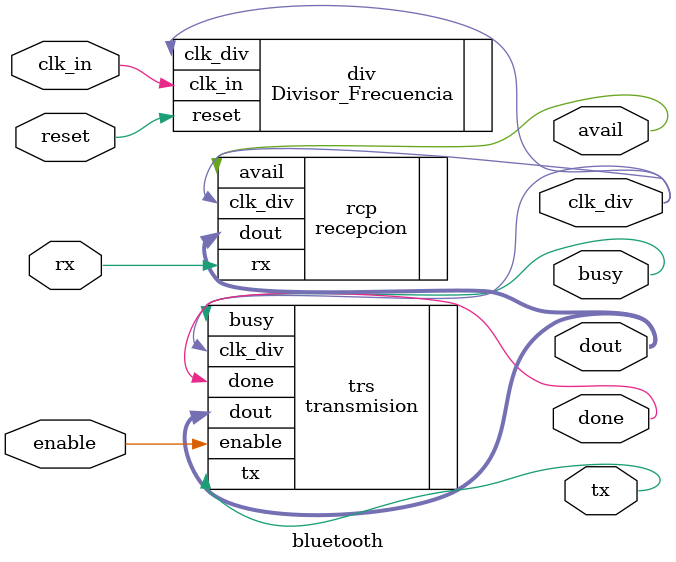
<source format=v>
module bluetooth(input rx,
                 output avail, 
                 input clk_in,
                 input reset,
                 output [7:0] dout,
                 output clk_div,
                 input enable,
                 output busy,
                 output done,
                 output tx);

Divisor_Frecuencia div(.clk_in(clk_in), .clk_div(clk_div), .reset(reset));

recepcion rcp(.rx(rx),.avail(avail),.dout(dout),.clk_div(clk_div));

transmision trs(.enable(enable),.dout(dout),.busy(busy),.done(done),.clk_div(clk_div),.tx(tx));


endmodule



</source>
